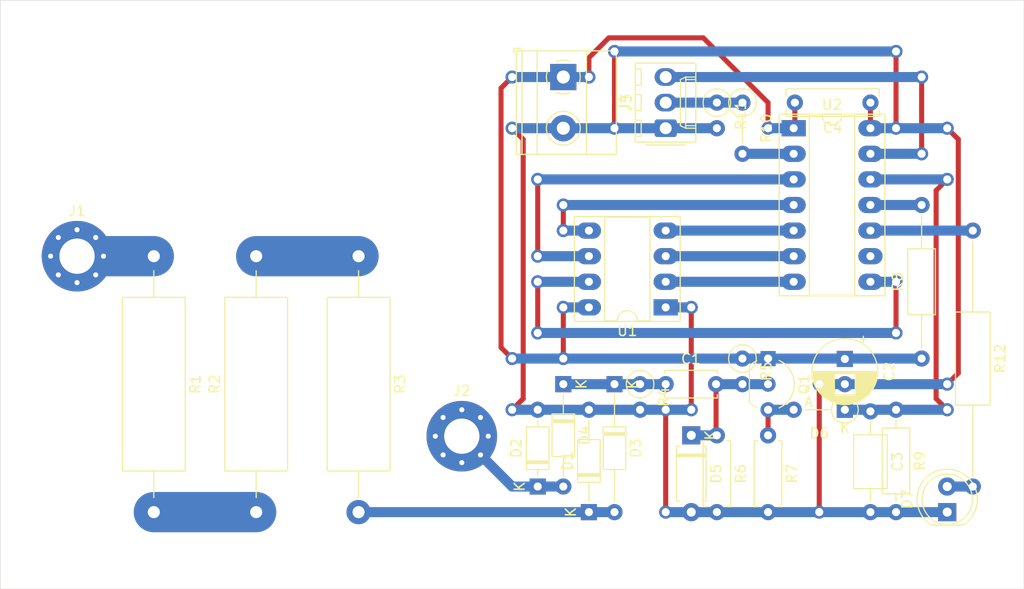
<source format=kicad_pcb>
(kicad_pcb (version 20240108) (generator "pcbnew") (generator_version "8.0")
  (layers (0 "F.Cu" signal) (31 "B.Cu" signal) (34 "B.Paste" user) (35 "F.Paste" user) (36 "B.SilkS" user "B.Silkscreen") (37 "F.SilkS" user "F.Silkscreen") (38 "B.Mask" user) (39 "F.Mask" user) (44 "Edge.Cuts" user))
  (net 0 "")
  (net 1 "Fence peak")
  (net 2 "GND")
  (net 3 "+3.3V")
  (net 4 "Net-(D2-K)")
  (net 5 "Net-(D5-K)")
  (net 6 "Fence power")
  (net 7 "Net-(U1-MOSI)")
  (net 8 "Net-(U1-NSS)")
  (net 9 "Net-(U1-MISO)")
  (net 10 "Net-(U1-RST)")
  (net 11 "Net-(U1-SCK)")
  (net 12 "Net-(U1-DIO0)")
  (net 13 "Net-(D3-K)")
  (net 14 "Net-(D1-K)")
  (net 15 "Net-(D6-A)")
  (net 16 "Net-(D7-A)")
  (net 17 "Net-(J1-Pad1)")
  (net 18 "Net-(J4-Pin_2)")
  (net 19 "Net-(J4-Pin_3)")
  (net 20 "Net-(R1-Pad2)")
  (net 21 "Net-(R2-Pad2)")
  (net 22 "Net-(U2-C.5{slash}RX)")
  (net 23 "Net-(U2-B.3)")
  (footprint "Resistor_THT:R_Axial_DIN0617_L17.0mm_D6.0mm_P25.40mm_Horizontal" (layer "F.Cu") (at 137.16 99.06 90)
    (property "Reference" "R2" (at 12.7 -4.12 90) (layer "F.SilkS"))
    (property "Value" "8.2Meg")
    (pad "1" thru_hole circle (at 0 0 90) (size 2.4 2.4) (drill 1.2) (layers "*.Cu" "*.Mask") (net 20 "Net-(R1-Pad2)"))
    (pad "2" thru_hole oval (at 25.4 0 90) (size 2.4 2.4) (drill 1.2) (layers "*.Cu" "*.Mask") (net 21 "Net-(R2-Pad2)"))
  )
  (footprint "MountingHole:MountingHole_3.5mm_Pad_Via" (layer "F.Cu") (at 157.565 91.525)
    (property "Reference" "J2" (at 0 -4.5 0) (layer "F.SilkS"))
    (property "Value" "Fence ground")
    (pad "1" thru_hole circle (at -2.625 0) (size 0.8 0.8) (drill 0.5) (layers "*.Cu" "*.Mask") (net 4 "Net-(D2-K)"))
    (pad "1" thru_hole circle (at -1.856155 -1.856155) (size 0.8 0.8) (drill 0.5) (layers "*.Cu" "*.Mask") (net 4 "Net-(D2-K)"))
    (pad "1" thru_hole circle (at -1.856155 1.856155) (size 0.8 0.8) (drill 0.5) (layers "*.Cu" "*.Mask") (net 4 "Net-(D2-K)"))
    (pad "1" thru_hole circle (at 0 -2.625) (size 0.8 0.8) (drill 0.5) (layers "*.Cu" "*.Mask") (net 4 "Net-(D2-K)"))
    (pad "1" thru_hole circle (at 0 0) (size 7 7) (drill 3.5) (layers "*.Cu" "*.Mask") (net 4 "Net-(D2-K)"))
    (pad "1" thru_hole circle (at 0 2.625) (size 0.8 0.8) (drill 0.5) (layers "*.Cu" "*.Mask") (net 4 "Net-(D2-K)"))
    (pad "1" thru_hole circle (at 1.856155 -1.856155) (size 0.8 0.8) (drill 0.5) (layers "*.Cu" "*.Mask") (net 4 "Net-(D2-K)"))
    (pad "1" thru_hole circle (at 1.856155 1.856155) (size 0.8 0.8) (drill 0.5) (layers "*.Cu" "*.Mask") (net 4 "Net-(D2-K)"))
    (pad "1" thru_hole circle (at 2.625 0) (size 0.8 0.8) (drill 0.5) (layers "*.Cu" "*.Mask") (net 4 "Net-(D2-K)"))
  )
  (footprint "LED_THT:LED_D5.0mm" (layer "F.Cu") (at 205.74 99.06 90)
    (property "Reference" "D7" (at 1.27 -3.96 90) (layer "F.SilkS"))
    (property "Value" "LED")
    (pad "1" thru_hole rect (at 0 0 90) (size 1.8 1.8) (drill 0.9) (layers "*.Cu" "*.Mask") (net 2 "GND"))
    (pad "2" thru_hole circle (at 2.54 0 90) (size 1.8 1.8) (drill 0.9) (layers "*.Cu" "*.Mask") (net 16 "Net-(D7-A)"))
  )
  (footprint "Resistor_THT:R_Axial_DIN0207_L6.3mm_D2.5mm_P2.54mm_Vertical" (layer "F.Cu") (at 182.88 58.42 -90)
    (property "Reference" "R11" (at 1.27 -2.37 90) (layer "F.SilkS"))
    (property "Value" "10k")
    (pad "1" thru_hole circle (at 0 0 270) (size 1.6 1.6) (drill 0.8) (layers "*.Cu" "*.Mask") (net 18 "Net-(J4-Pin_2)"))
    (pad "2" thru_hole oval (at 2.54 0 270) (size 1.6 1.6) (drill 0.8) (layers "*.Cu" "*.Mask") (net 2 "GND"))
  )
  (footprint "TerminalBlock_Phoenix:TerminalBlock_Phoenix_MKDS-1,5-2-5.08_1x02_P5.08mm_Horizontal" (layer "F.Cu") (at 167.64 55.88 -90)
    (property "Reference" "J3" (at 2.54 -6.26 90) (layer "F.SilkS"))
    (property "Value" "Power")
    (pad "1" thru_hole rect (at 0 0 270) (size 2.6 2.6) (drill 1.3) (layers "*.Cu" "*.Mask") (net 3 "+3.3V"))
    (pad "2" thru_hole circle (at 5.08 0 270) (size 2.6 2.6) (drill 1.3) (layers "*.Cu" "*.Mask") (net 2 "GND"))
  )
  (footprint "Capacitor_THT:CP_Radial_D6.3mm_P2.50mm" (layer "F.Cu") (at 195.58 83.86 -90)
    (property "Reference" "C2" (at 1.25 -4.4 90) (layer "F.SilkS"))
    (property "Value" "10u")
    (pad "1" thru_hole rect (at 0 0 270) (size 1.6 1.6) (drill 0.8) (layers "*.Cu" "*.Mask") (net 3 "+3.3V"))
    (pad "2" thru_hole circle (at 2.5 0 270) (size 1.6 1.6) (drill 0.8) (layers "*.Cu" "*.Mask") (net 2 "GND"))
  )
  (footprint "Diode_THT:D_A-405_P7.62mm_Horizontal" (layer "F.Cu") (at 180.34 91.44 -90)
    (property "Reference" "D5" (at 3.81 -2.47 90) (layer "F.SilkS"))
    (property "Value" "5.1V")
    (fp_text user "K" (at 0 -1.9 90) (layer "F.SilkS"))
    (pad "1" thru_hole rect (at 0 0 270) (size 1.8 1.8) (drill 0.9) (layers "*.Cu" "*.Mask") (net 5 "Net-(D5-K)"))
    (pad "2" thru_hole oval (at 7.62 0 270) (size 1.8 1.8) (drill 0.9) (layers "*.Cu" "*.Mask") (net 2 "GND"))
  )
  (footprint "Package_DIP:DIP-14_W7.62mm_Socket_LongPads" (layer "F.Cu") (at 190.5 60.96)
    (property "Reference" "U2" (at 3.81 -2.33 0) (layer "F.SilkS"))
    (property "Value" "PICAXE-14M2")
    (pad "1" thru_hole rect (at 0 0) (size 2.4 1.6) (drill 0.8) (layers "*.Cu" "*.Mask") (net 3 "+3.3V"))
    (pad "2" thru_hole oval (at 0 2.54) (size 2.4 1.6) (drill 0.8) (layers "*.Cu" "*.Mask") (net 22 "Net-(U2-C.5{slash}RX)"))
    (pad "3" thru_hole oval (at 0 5.08) (size 2.4 1.6) (drill 0.8) (layers "*.Cu" "*.Mask") (net 7 "Net-(U1-MOSI)"))
    (pad "4" thru_hole oval (at 0 7.62) (size 2.4 1.6) (drill 0.8) (layers "*.Cu" "*.Mask") (net 12 "Net-(U1-DIO0)"))
    (pad "5" thru_hole oval (at 0 10.16) (size 2.4 1.6) (drill 0.8) (layers "*.Cu" "*.Mask") (net 9 "Net-(U1-MISO)"))
    (pad "6" thru_hole oval (at 0 12.7) (size 2.4 1.6) (drill 0.8) (layers "*.Cu" "*.Mask") (net 11 "Net-(U1-SCK)"))
    (pad "7" thru_hole oval (at 0 15.24) (size 2.4 1.6) (drill 0.8) (layers "*.Cu" "*.Mask") (net 10 "Net-(U1-RST)"))
    (pad "8" thru_hole oval (at 7.62 15.24) (size 2.4 1.6) (drill 0.8) (layers "*.Cu" "*.Mask") (net 8 "Net-(U1-NSS)"))
    (pad "9" thru_hole oval (at 7.62 12.7) (size 2.4 1.6) (drill 0.8) (layers "*.Cu" "*.Mask"))
    (pad "10" thru_hole oval (at 7.62 10.16) (size 2.4 1.6) (drill 0.8) (layers "*.Cu" "*.Mask") (net 23 "Net-(U2-B.3)"))
    (pad "11" thru_hole oval (at 7.62 7.62) (size 2.4 1.6) (drill 0.8) (layers "*.Cu" "*.Mask") (net 6 "Fence power"))
    (pad "12" thru_hole oval (at 7.62 5.08) (size 2.4 1.6) (drill 0.8) (layers "*.Cu" "*.Mask") (net 1 "Fence peak"))
    (pad "13" thru_hole oval (at 7.62 2.54) (size 2.4 1.6) (drill 0.8) (layers "*.Cu" "*.Mask") (net 19 "Net-(J4-Pin_3)"))
    (pad "14" thru_hole oval (at 7.62 0) (size 2.4 1.6) (drill 0.8) (layers "*.Cu" "*.Mask") (net 2 "GND"))
  )
  (footprint "Resistor_THT:R_Axial_DIN0617_L17.0mm_D6.0mm_P25.40mm_Horizontal" (layer "F.Cu") (at 127 73.66 -90)
    (property "Reference" "R1" (at 12.7 -4.12 90) (layer "F.SilkS"))
    (property "Value" "8.2Meg")
    (pad "1" thru_hole circle (at 0 0 270) (size 2.4 2.4) (drill 1.2) (layers "*.Cu" "*.Mask") (net 17 "Net-(J1-Pad1)"))
    (pad "2" thru_hole oval (at 25.4 0 270) (size 2.4 2.4) (drill 1.2) (layers "*.Cu" "*.Mask") (net 20 "Net-(R1-Pad2)"))
  )
  (footprint "Resistor_THT:R_Axial_DIN0207_L6.3mm_D2.5mm_P7.62mm_Horizontal" (layer "F.Cu") (at 187.96 91.44 -90)
    (property "Reference" "R7" (at 3.81 -2.37 90) (layer "F.SilkS"))
    (property "Value" "10k")
    (pad "1" thru_hole circle (at 0 0 270) (size 1.6 1.6) (drill 0.8) (layers "*.Cu" "*.Mask") (net 15 "Net-(D6-A)"))
    (pad "2" thru_hole oval (at 7.62 0 270) (size 1.6 1.6) (drill 0.8) (layers "*.Cu" "*.Mask") (net 2 "GND"))
  )
  (footprint "Resistor_THT:R_Axial_DIN0617_L17.0mm_D6.0mm_P25.40mm_Horizontal" (layer "F.Cu") (at 147.32 73.66 -90)
    (property "Reference" "R3" (at 12.7 -4.12 90) (layer "F.SilkS"))
    (property "Value" "8.2Meg")
    (pad "1" thru_hole circle (at 0 0 270) (size 2.4 2.4) (drill 1.2) (layers "*.Cu" "*.Mask") (net 21 "Net-(R2-Pad2)"))
    (pad "2" thru_hole oval (at 25.4 0 270) (size 2.4 2.4) (drill 1.2) (layers "*.Cu" "*.Mask") (net 14 "Net-(D1-K)"))
  )
  (footprint "MountingHole:MountingHole_3.5mm_Pad_Via" (layer "F.Cu") (at 119.38 73.66)
    (property "Reference" "J1" (at 0 -4.5 0) (layer "F.SilkS"))
    (property "Value" "Fence wire")
    (pad "1" thru_hole circle (at -2.625 0) (size 0.8 0.8) (drill 0.5) (layers "*.Cu" "*.Mask") (net 17 "Net-(J1-Pad1)"))
    (pad "1" thru_hole circle (at -1.856155 -1.856155) (size 0.8 0.8) (drill 0.5) (layers "*.Cu" "*.Mask") (net 17 "Net-(J1-Pad1)"))
    (pad "1" thru_hole circle (at -1.856155 1.856155) (size 0.8 0.8) (drill 0.5) (layers "*.Cu" "*.Mask") (net 17 "Net-(J1-Pad1)"))
    (pad "1" thru_hole circle (at 0 -2.625) (size 0.8 0.8) (drill 0.5) (layers "*.Cu" "*.Mask") (net 17 "Net-(J1-Pad1)"))
    (pad "1" thru_hole circle (at 0 0) (size 7 7) (drill 3.5) (layers "*.Cu" "*.Mask") (net 17 "Net-(J1-Pad1)"))
    (pad "1" thru_hole circle (at 0 2.625) (size 0.8 0.8) (drill 0.5) (layers "*.Cu" "*.Mask") (net 17 "Net-(J1-Pad1)"))
    (pad "1" thru_hole circle (at 1.856155 -1.856155) (size 0.8 0.8) (drill 0.5) (layers "*.Cu" "*.Mask") (net 17 "Net-(J1-Pad1)"))
    (pad "1" thru_hole circle (at 1.856155 1.856155) (size 0.8 0.8) (drill 0.5) (layers "*.Cu" "*.Mask") (net 17 "Net-(J1-Pad1)"))
    (pad "1" thru_hole circle (at 2.625 0) (size 0.8 0.8) (drill 0.5) (layers "*.Cu" "*.Mask") (net 17 "Net-(J1-Pad1)"))
  )
  (footprint "Connector_Molex:Molex_KK-254_AE-6410-03A_1x03_P2.54mm_Vertical" (layer "F.Cu") (at 177.8 60.96 90)
    (property "Reference" "J4" (at 2.54 -4.12 90) (layer "F.SilkS"))
    (property "Value" "Programming")
    (pad "1" thru_hole roundrect (at 0 0 90) (size 1.74 2.19) (drill 1.19) (layers "*.Cu" "*.Mask") (roundrect_rratio 0.143678) (net 2 "GND"))
    (pad "2" thru_hole oval (at 2.54 0 90) (size 1.74 2.19) (drill 1.19) (layers "*.Cu" "*.Mask") (net 18 "Net-(J4-Pin_2)"))
    (pad "3" thru_hole oval (at 5.08 0 90) (size 1.74 2.19) (drill 1.19) (layers "*.Cu" "*.Mask") (net 19 "Net-(J4-Pin_3)"))
  )
  (footprint "Resistor_THT:R_Axial_DIN0309_L9.0mm_D3.2mm_P25.40mm_Horizontal" (layer "F.Cu") (at 208.28 71.12 -90)
    (property "Reference" "R12" (at 12.7 -2.72 -90) (layer "F.SilkS"))
    (property "Value" "470")
    (pad "1" thru_hole circle (at 0 0 270) (size 1.6 1.6) (drill 0.8) (layers "*.Cu" "*.Mask") (net 23 "Net-(U2-B.3)"))
    (pad "2" thru_hole oval (at 25.4 0 270) (size 1.6 1.6) (drill 0.8) (layers "*.Cu" "*.Mask") (net 16 "Net-(D7-A)"))
  )
  (footprint "Diode_THT:D_DO-35_SOD27_P10.16mm_Horizontal" (layer "F.Cu") (at 170.18 99.06 90)
    (property "Reference" "D1" (at 5.08 -2.12 90) (layer "F.SilkS"))
    (property "Value" "1N4148")
    (fp_text user "K" (at 0 -1.8 90) (layer "F.SilkS"))
    (pad "1" thru_hole rect (at 0 0 90) (size 1.6 1.6) (drill 0.8) (layers "*.Cu" "*.Mask") (net 14 "Net-(D1-K)"))
    (pad "2" thru_hole oval (at 10.16 0 90) (size 1.6 1.6) (drill 0.8) (layers "*.Cu" "*.Mask") (net 2 "GND"))
  )
  (footprint "Resistor_THT:R_Axial_DIN0207_L6.3mm_D2.5mm_P7.62mm_Horizontal" (layer "F.Cu") (at 182.88 91.44 -90)
    (property "Reference" "R6" (at 3.81 -2.37 90) (layer "F.SilkS"))
    (property "Value" "100k")
    (pad "1" thru_hole circle (at 0 0 270) (size 1.6 1.6) (drill 0.8) (layers "*.Cu" "*.Mask") (net 5 "Net-(D5-K)"))
    (pad "2" thru_hole oval (at 7.62 0 270) (size 1.6 1.6) (drill 0.8) (layers "*.Cu" "*.Mask") (net 2 "GND"))
  )
  (footprint "Resistor_THT:R_Axial_DIN0207_L6.3mm_D2.5mm_P5.08mm_Vertical" (layer "F.Cu") (at 185.42 58.42 -90)
    (property "Reference" "R10" (at 2.54 -2.37 90) (layer "F.SilkS"))
    (property "Value" "22k")
    (pad "1" thru_hole circle (at 0 0 270) (size 1.6 1.6) (drill 0.8) (layers "*.Cu" "*.Mask") (net 18 "Net-(J4-Pin_2)"))
    (pad "2" thru_hole oval (at 5.08 0 270) (size 1.6 1.6) (drill 0.8) (layers "*.Cu" "*.Mask") (net 22 "Net-(U2-C.5{slash}RX)"))
  )
  (footprint "Package_DIP:DIP-8_W7.62mm_Socket_LongPads" (layer "F.Cu") (at 177.8 78.74 180)
    (property "Reference" "U1" (at 3.81 -2.33 0) (layer "F.SilkS"))
    (property "Value" "Ra01_Breakout_Module")
    (pad "1" thru_hole rect (at 0 0 180) (size 2.4 1.6) (drill 0.8) (layers "*.Cu" "*.Mask") (net 2 "GND"))
    (pad "2" thru_hole oval (at 0 2.54 180) (size 2.4 1.6) (drill 0.8) (layers "*.Cu" "*.Mask") (net 10 "Net-(U1-RST)"))
    (pad "3" thru_hole oval (at 0 5.08 180) (size 2.4 1.6) (drill 0.8) (layers "*.Cu" "*.Mask") (net 11 "Net-(U1-SCK)"))
    (pad "4" thru_hole oval (at 0 7.62 180) (size 2.4 1.6) (drill 0.8) (layers "*.Cu" "*.Mask") (net 9 "Net-(U1-MISO)"))
    (pad "5" thru_hole oval (at 7.62 7.62 180) (size 2.4 1.6) (drill 0.8) (layers "*.Cu" "*.Mask") (net 12 "Net-(U1-DIO0)"))
    (pad "6" thru_hole oval (at 7.62 5.08 180) (size 2.4 1.6) (drill 0.8) (layers "*.Cu" "*.Mask") (net 7 "Net-(U1-MOSI)"))
    (pad "7" thru_hole oval (at 7.62 2.54 180) (size 2.4 1.6) (drill 0.8) (layers "*.Cu" "*.Mask") (net 8 "Net-(U1-NSS)"))
    (pad "8" thru_hole oval (at 7.62 0 180) (size 2.4 1.6) (drill 0.8) (layers "*.Cu" "*.Mask") (net 3 "+3.3V"))
  )
  (footprint "Diode_THT:D_DO-35_SOD27_P7.62mm_Horizontal" (layer "F.Cu") (at 165.1 96.52 90)
    (property "Reference" "D2" (at 3.81 -2.12 90) (layer "F.SilkS"))
    (property "Value" "1N4148")
    (fp_text user "K" (at 0 -1.8 90) (layer "F.SilkS"))
    (pad "1" thru_hole rect (at 0 0 90) (size 1.6 1.6) (drill 0.8) (layers "*.Cu" "*.Mask") (net 4 "Net-(D2-K)"))
    (pad "2" thru_hole oval (at 7.62 0 90) (size 1.6 1.6) (drill 0.8) (layers "*.Cu" "*.Mask") (net 2 "GND"))
  )
  (footprint "Package_TO_SOT_THT:TO-92_Inline_Wide" (layer "F.Cu") (at 187.96 83.82 -90)
    (property "Reference" "Q1" (at 2.54 -3.56 90) (layer "F.SilkS"))
    (property "Value" "BC548")
    (pad "1" thru_hole rect (at 0 0 270) (size 1.5 1.5) (drill 0.8) (layers "*.Cu" "*.Mask") (net 3 "+3.3V"))
    (pad "2" thru_hole circle (at 2.54 0 270) (size 1.5 1.5) (drill 0.8) (layers "*.Cu" "*.Mask") (net 5 "Net-(D5-K)"))
    (pad "3" thru_hole circle (at 5.08 0 270) (size 1.5 1.5) (drill 0.8) (layers "*.Cu" "*.Mask") (net 15 "Net-(D6-A)"))
  )
  (footprint "Diode_THT:D_DO-35_SOD27_P5.08mm_Vertical_AnodeUp" (layer "F.Cu") (at 195.58 88.9 180)
    (property "Reference" "D6" (at 2.54 -2.326371 180) (layer "F.SilkS"))
    (property "Value" "1N4148")
    (fp_text user "K" (at 0 -1.8 0) (layer "F.SilkS"))
    (fp_text user "A" (at 3.58 0.8 180) (layer "F.SilkS"))
    (pad "1" thru_hole rect (at 0 0 180) (size 1.6 1.6) (drill 0.8) (layers "*.Cu" "*.Mask") (net 1 "Fence peak"))
    (pad "2" thru_hole oval (at 5.08 0 180) (size 1.6 1.6) (drill 0.8) (layers "*.Cu" "*.Mask") (net 15 "Net-(D6-A)"))
  )
  (footprint "Capacitor_THT:C_Disc_D5.0mm_W2.5mm_P5.00mm" (layer "F.Cu") (at 177.8 86.36)
    (property "Reference" "C1" (at 2.5 -2.5 0) (layer "F.SilkS"))
    (property "Value" "0.1u")
    (pad "1" thru_hole circle (at 0 0) (size 1.6 1.6) (drill 0.8) (layers "*.Cu" "*.Mask") (net 13 "Net-(D3-K)"))
    (pad "2" thru_hole circle (at 5 0) (size 1.6 1.6) (drill 0.8) (layers "*.Cu" "*.Mask") (net 5 "Net-(D5-K)"))
  )
  (footprint "Resistor_THT:R_Axial_DIN0207_L6.3mm_D2.5mm_P2.54mm_Vertical" (layer "F.Cu") (at 175.26 86.36 -90)
    (property "Reference" "R4" (at 1.27 -2.37 90) (layer "F.SilkS"))
    (property "Value" "4.7k")
    (pad "1" thru_hole circle (at 0 0 270) (size 1.6 1.6) (drill 0.8) (layers "*.Cu" "*.Mask") (net 13 "Net-(D3-K)"))
    (pad "2" thru_hole oval (at 2.54 0 270) (size 1.6 1.6) (drill 0.8) (layers "*.Cu" "*.Mask") (net 2 "GND"))
  )
  (footprint "Diode_THT:D_DO-35_SOD27_P10.16mm_Horizontal" (layer "F.Cu") (at 167.64 86.36 -90)
    (property "Reference" "D4" (at 5.08 -2.12 -90) (layer "F.SilkS"))
    (property "Value" "1N4148")
    (fp_text user "K" (at 0 -1.8 -90) (layer "F.SilkS"))
    (pad "1" thru_hole rect (at 0 0 270) (size 1.6 1.6) (drill 0.8) (layers "*.Cu" "*.Mask") (net 13 "Net-(D3-K)"))
    (pad "2" thru_hole oval (at 10.16 0 270) (size 1.6 1.6) (drill 0.8) (layers "*.Cu" "*.Mask") (net 4 "Net-(D2-K)"))
  )
  (footprint "Resistor_THT:R_Axial_DIN0207_L6.3mm_D2.5mm_P15.24mm_Horizontal" (layer "F.Cu") (at 203.2 83.82 90)
    (property "Reference" "R8" (at 7.62 -2.37 90) (layer "F.SilkS"))
    (property "Value" "180")
    (pad "1" thru_hole circle (at 0 0 90) (size 1.6 1.6) (drill 0.8) (layers "*.Cu" "*.Mask") (net 3 "+3.3V"))
    (pad "2" thru_hole oval (at 15.24 0 90) (size 1.6 1.6) (drill 0.8) (layers "*.Cu" "*.Mask") (net 6 "Fence power"))
  )
  (footprint "Resistor_THT:R_Axial_DIN0207_L6.3mm_D2.5mm_P10.16mm_Horizontal" (layer "F.Cu") (at 200.66 88.9 -90)
    (property "Reference" "R9" (at 5.08 -2.37 -90) (layer "F.SilkS"))
    (property "Value" "1Meg")
    (pad "1" thru_hole circle (at 0 0 270) (size 1.6 1.6) (drill 0.8) (layers "*.Cu" "*.Mask") (net 1 "Fence peak"))
    (pad "2" thru_hole oval (at 10.16 0 270) (size 1.6 1.6) (drill 0.8) (layers "*.Cu" "*.Mask") (net 2 "GND"))
  )
  (footprint "Diode_THT:D_DO-35_SOD27_P12.70mm_Horizontal" (layer "F.Cu") (at 172.72 86.36 -90)
    (property "Reference" "D3" (at 6.35 -2.12 -90) (layer "F.SilkS"))
    (property "Value" "1N4148")
    (fp_text user "K" (at 0 -1.8 -90) (layer "F.SilkS"))
    (pad "1" thru_hole rect (at 0 0 270) (size 1.6 1.6) (drill 0.8) (layers "*.Cu" "*.Mask") (net 13 "Net-(D3-K)"))
    (pad "2" thru_hole oval (at 12.7 0 270) (size 1.6 1.6) (drill 0.8) (layers "*.Cu" "*.Mask") (net 14 "Net-(D1-K)"))
  )
  (footprint "Capacitor_THT:C_Axial_L5.1mm_D3.1mm_P10.00mm_Horizontal" (layer "F.Cu") (at 198.12 89.06 -90)
    (property "Reference" "C3" (at 5 -2.67 -90) (layer "F.SilkS"))
    (property "Value" "2.2u")
    (pad "1" thru_hole circle (at 0 0 270) (size 1.6 1.6) (drill 0.8) (layers "*.Cu" "*.Mask") (net 1 "Fence peak"))
    (pad "2" thru_hole oval (at 10 0 270) (size 1.6 1.6) (drill 0.8) (layers "*.Cu" "*.Mask") (net 2 "GND"))
  )
  (footprint "Resistor_THT:R_Axial_DIN0207_L6.3mm_D2.5mm_P2.54mm_Vertical" (layer "F.Cu") (at 185.42 83.82 -90)
    (property "Reference" "R5" (at 1.27 -2.37 -90) (layer "F.SilkS"))
    (property "Value" "100k")
    (pad "1" thru_hole circle (at 0 0 270) (size 1.6 1.6) (drill 0.8) (layers "*.Cu" "*.Mask") (net 3 "+3.3V"))
    (pad "2" thru_hole oval (at 2.54 0 270) (size 1.6 1.6) (drill 0.8) (layers "*.Cu" "*.Mask") (net 5 "Net-(D5-K)"))
  )
  (footprint "Capacitor_THT:C_Rect_L9.0mm_W2.5mm_P7.50mm_MKT" (layer "F.Cu") (at 198.12 58.42 180)
    (property "Reference" "C4" (at 3.75 -2.5 180) (layer "F.SilkS"))
    (property "Value" "0.1u")
    (pad "1" thru_hole circle (at 0 0 180) (size 1.6 1.6) (drill 0.8) (layers "*.Cu" "*.Mask") (net 2 "GND"))
    (pad "2" thru_hole circle (at 7.5 0 180) (size 1.6 1.6) (drill 0.8) (layers "*.Cu" "*.Mask") (net 3 "+3.3V"))
  )
  (gr_rect (start 111.76 48.26) (end 213.36 106.68) (stroke (width 0.05)) (fill none) (layer "Edge.Cuts"))
  (segment (start 205.74 88.9) (end 204.64 87.8) (width 0.5) (layer "F.Cu") (net 1))
  (segment (start 204.64 67.14) (end 205.74 66.04) (width 0.5) (layer "F.Cu") (net 1))
  (segment (start 204.64 87.8) (end 204.64 67.14) (width 0.5) (layer "F.Cu") (net 1))
  (via (at 205.74 66.04) (size 1.3) (drill 0.8) (layers "F.Cu" "B.Cu") (net 1))
  (via (at 205.74 88.9) (size 1.3) (drill 0.8) (layers "F.Cu" "B.Cu") (net 1))
  (segment (start 200.66 88.9) (end 205.74 88.9) (width 1) (layer "B.Cu") (net 1))
  (segment (start 195.58 88.9) (end 200.66 88.9) (width 1) (layer "B.Cu") (net 1))
  (segment (start 205.74 66.04) (end 198.12 66.04) (width 1) (layer "B.Cu") (net 1))
  (segment (start 205.74 86.36) (end 206.84 85.26) (width 0.5) (layer "F.Cu") (net 2))
  (segment (start 206.84 85.26) (end 206.84 62.06) (width 0.5) (layer "F.Cu") (net 2))
  (segment (start 198.12 58.42) (end 198.12 60.96) (width 0.5) (layer "F.Cu") (net 2))
  (segment (start 206.84 62.06) (end 205.74 60.96) (width 0.5) (layer "F.Cu") (net 2))
  (segment (start 163.66 87.8) (end 162.56 88.9) (width 0.5) (layer "F.Cu") (net 2))
  (segment (start 200.66 53.34) (end 200.66 60.96) (width 0.5) (layer "F.Cu") (net 2))
  (segment (start 163.66 62.06) (end 163.66 87.8) (width 0.5) (layer "F.Cu") (net 2))
  (segment (start 180.34 78.74) (end 180.34 88.9) (width 0.5) (layer "F.Cu") (net 2))
  (segment (start 177.8 88.9) (end 177.8 99.06) (width 0.5) (layer "F.Cu") (net 2))
  (segment (start 162.56 60.96) (end 163.66 62.06) (width 0.5) (layer "F.Cu") (net 2))
  (segment (start 193.04 86.36) (end 193.04 99.06) (width 0.5) (layer "F.Cu") (net 2))
  (segment (start 172.72 60.96) (end 172.72 53.34) (width 0.5) (layer "F.Cu") (net 2))
  (via (at 180.34 78.74) (size 1.3) (drill 0.8) (layers "F.Cu" "B.Cu") (net 2))
  (via (at 162.56 60.96) (size 1.3) (drill 0.8) (layers "F.Cu" "B.Cu") (net 2))
  (via (at 180.34 88.9) (size 1.3) (drill 0.8) (layers "F.Cu" "B.Cu") (net 2))
  (via (at 193.04 99.06) (size 1.3) (drill 0.8) (layers "F.Cu" "B.Cu") (net 2))
  (via (at 205.74 86.36) (size 1.3) (drill 0.8) (layers "F.Cu" "B.Cu") (net 2))
  (via (at 200.66 60.96) (size 1.3) (drill 0.8) (layers "F.Cu" "B.Cu") (net 2))
  (via (at 172.72 53.34) (size 1.3) (drill 0.8) (layers "F.Cu" "B.Cu") (net 2))
  (via (at 205.74 60.96) (size 1.3) (drill 0.8) (layers "F.Cu" "B.Cu") (net 2))
  (via (at 200.66 53.34) (size 1.3) (drill 0.8) (layers "F.Cu" "B.Cu") (net 2))
  (via (at 162.56 88.9) (size 1.3) (drill 0.8) (layers "F.Cu" "B.Cu") (net 2))
  (via (at 177.8 88.9) (size 1.3) (drill 0.8) (layers "F.Cu" "B.Cu") (net 2))
  (via (at 193.04 86.36) (size 1.3) (drill 0.8) (layers "F.Cu" "B.Cu") (net 2))
  (via (at 177.8 99.06) (size 1.3) (drill 0.8) (layers "F.Cu" "B.Cu") (net 2))
  (via (at 172.72 60.96) (size 1.3) (drill 0.8) (layers "F.Cu" "B.Cu") (net 2))
  (segment (start 167.64 60.96) (end 162.56 60.96) (width 1) (layer "B.Cu") (net 2))
  (segment (start 195.58 86.36) (end 205.74 86.36) (width 1) (layer "B.Cu") (net 2))
  (segment (start 195.58 86.36) (end 193.04 86.36) (width 1) (layer "B.Cu") (net 2))
  (segment (start 193.04 99.06) (end 200.66 99.06) (width 1) (layer "B.Cu") (net 2))
  (segment (start 205.74 99.06) (end 200.66 99.06) (width 1) (layer "B.Cu") (net 2))
  (segment (start 200.66 60.96) (end 205.74 60.96) (width 1) (layer "B.Cu") (net 2))
  (segment (start 162.56 88.9) (end 165.1 88.9) (width 1) (layer "B.Cu") (net 2))
  (segment (start 177.8 78.74) (end 180.34 78.74) (width 1) (layer "B.Cu") (net 2))
  (segment (start 180.34 88.9) (end 177.8 88.9) (width 1) (layer "B.Cu") (net 2))
  (segment (start 177.8 60.96) (end 167.64 60.96) (width 1) (layer "B.Cu") (net 2))
  (segment (start 175.26 88.9) (end 177.8 88.9) (width 1) (layer "B.Cu") (net 2))
  (segment (start 175.26 88.9) (end 165.1 88.9) (width 1) (layer "B.Cu") (net 2))
  (segment (start 172.72 53.34) (end 200.66 53.34) (width 1) (layer "B.Cu") (net 2))
  (segment (start 177.8 99.06) (end 180.34 99.06) (width 1) (layer "B.Cu") (net 2))
  (segment (start 182.88 60.96) (end 177.8 60.96) (width 1) (layer "B.Cu") (net 2))
  (segment (start 180.34 99.06) (end 193.04 99.06) (width 1) (layer "B.Cu") (net 2))
  (segment (start 198.12 60.96) (end 200.66 60.96) (width 1) (layer "B.Cu") (net 2))
  (segment (start 172.160811 51.99) (end 170.18 53.970811) (width 0.5) (layer "F.Cu") (net 3))
  (segment (start 161.46 56.98) (end 162.56 55.88) (width 0.5) (layer "F.Cu") (net 3))
  (segment (start 162.56 83.82) (end 161.46 82.72) (width 0.5) (layer "F.Cu") (net 3))
  (segment (start 187.96 60.96) (end 187.96 58.42) (width 0.5) (layer "F.Cu") (net 3))
  (segment (start 190.62 60.84) (end 190.5 60.96) (width 0.5) (layer "F.Cu") (net 3))
  (segment (start 187.96 58.42) (end 181.53 51.99) (width 0.5) (layer "F.Cu") (net 3))
  (segment (start 181.53 51.99) (end 172.160811 51.99) (width 0.5) (layer "F.Cu") (net 3))
  (segment (start 190.62 58.42) (end 190.62 60.84) (width 0.5) (layer "F.Cu") (net 3))
  (segment (start 161.46 82.72) (end 161.46 56.98) (width 0.5) (layer "F.Cu") (net 3))
  (segment (start 170.18 53.970811) (end 170.18 55.88) (width 0.5) (layer "F.Cu") (net 3))
  (segment (start 167.64 78.74) (end 167.64 83.82) (width 0.5) (layer "F.Cu") (net 3))
  (via (at 187.96 60.96) (size 1.3) (drill 0.8) (layers "F.Cu" "B.Cu") (net 3))
  (via (at 162.56 55.88) (size 1.3) (drill 0.8) (layers "F.Cu" "B.Cu") (net 3))
  (via (at 167.64 78.74) (size 1.3) (drill 0.8) (layers "F.Cu" "B.Cu") (net 3))
  (via (at 162.56 83.82) (size 1.3) (drill 0.8) (layers "F.Cu" "B.Cu") (net 3))
  (via (at 167.64 83.82) (size 1.3) (drill 0.8) (layers "F.Cu" "B.Cu") (net 3))
  (via (at 170.18 55.88) (size 1.3) (drill 0.8) (layers "F.Cu" "B.Cu") (net 3))
  (segment (start 167.64 55.88) (end 162.56 55.88) (width 1) (layer "B.Cu") (net 3))
  (segment (start 170.18 78.74) (end 167.64 78.74) (width 1) (layer "B.Cu") (net 3))
  (segment (start 185.42 83.82) (end 203.2 83.82) (width 1) (layer "B.Cu") (net 3))
  (segment (start 167.64 83.82) (end 185.42 83.82) (width 1) (layer "B.Cu") (net 3))
  (segment (start 190.5 60.96) (end 187.96 60.96) (width 1) (layer "B.Cu") (net 3))
  (segment (start 170.18 55.88) (end 167.64 55.88) (width 1) (layer "B.Cu") (net 3))
  (segment (start 167.64 83.82) (end 162.56 83.82) (width 1) (layer "B.Cu") (net 3))
  (segment (start 167.64 96.52) (end 165.1 96.52) (width 1) (layer "B.Cu") (net 4))
  (segment (start 165.1 96.52) (end 162.56 96.52) (width 1) (layer "B.Cu") (net 4))
  (segment (start 162.56 96.52) (end 157.565 91.525) (width 1) (layer "B.Cu") (net 4))
  (segment (start 182.8 86.36) (end 182.8 91.36) (width 0.5) (layer "F.Cu") (net 5))
  (segment (start 182.8 91.36) (end 182.88 91.44) (width 0.5) (layer "F.Cu") (net 5))
  (segment (start 180.34 91.44) (end 182.88 91.44) (width 1) (layer "B.Cu") (net 5))
  (segment (start 182.8 86.36) (end 187.96 86.36) (width 1) (layer "B.Cu") (net 5))
  (segment (start 198.12 68.58) (end 203.2 68.58) (width 1) (layer "B.Cu") (net 6))
  (segment (start 165.1 66.04) (end 165.1 73.66) (width 0.5) (layer "F.Cu") (net 7))
  (via (at 165.1 66.04) (size 1.3) (drill 0.8) (layers "F.Cu" "B.Cu") (net 7))
  (via (at 165.1 73.66) (size 1.3) (drill 0.8) (layers "F.Cu" "B.Cu") (net 7))
  (segment (start 190.5 66.04) (end 165.1 66.04) (width 1) (layer "B.Cu") (net 7))
  (segment (start 165.1 73.66) (end 170.18 73.66) (width 1) (layer "B.Cu") (net 7))
  (segment (start 200.66 81.28) (end 200.66 76.2) (width 0.5) (layer "F.Cu") (net 8))
  (segment (start 165.1 81.28) (end 165.1 76.2) (width 0.5) (layer "F.Cu") (net 8))
  (via (at 165.1 76.2) (size 1.3) (drill 0.8) (layers "F.Cu" "B.Cu") (net 8))
  (via (at 200.66 76.2) (size 1.3) (drill 0.8) (layers "F.Cu" "B.Cu") (net 8))
  (via (at 165.1 81.28) (size 1.3) (drill 0.8) (layers "F.Cu" "B.Cu") (net 8))
  (via (at 200.66 81.28) (size 1.3) (drill 0.8) (layers "F.Cu" "B.Cu") (net 8))
  (segment (start 200.66 76.2) (end 198.12 76.2) (width 1) (layer "B.Cu") (net 8))
  (segment (start 165.1 81.28) (end 200.66 81.28) (width 1) (layer "B.Cu") (net 8))
  (segment (start 170.18 76.2) (end 165.1 76.2) (width 1) (layer "B.Cu") (net 8))
  (segment (start 177.8 71.12) (end 190.5 71.12) (width 1) (layer "B.Cu") (net 9))
  (segment (start 177.8 76.2) (end 190.5 76.2) (width 1) (layer "B.Cu") (net 10))
  (segment (start 190.5 73.66) (end 177.8 73.66) (width 1) (layer "B.Cu") (net 11))
  (segment (start 167.64 71.12) (end 167.64 68.58) (width 0.5) (layer "F.Cu") (net 12))
  (via (at 167.64 71.12) (size 1.3) (drill 0.8) (layers "F.Cu" "B.Cu") (net 12))
  (via (at 167.64 68.58) (size 1.3) (drill 0.8) (layers "F.Cu" "B.Cu") (net 12))
  (segment (start 167.64 68.58) (end 190.5 68.58) (width 1) (layer "B.Cu") (net 12))
  (segment (start 170.18 71.12) (end 167.64 71.12) (width 1) (layer "B.Cu") (net 12))
  (segment (start 177.8 86.36) (end 167.64 86.36) (width 1) (layer "B.Cu") (net 13))
  (segment (start 170.18 99.06) (end 147.32 99.06) (width 1) (layer "B.Cu") (net 14))
  (segment (start 170.18 99.06) (end 172.72 99.06) (width 1) (layer "B.Cu") (net 14))
  (segment (start 187.96 88.9) (end 187.96 91.44) (width 0.5) (layer "F.Cu") (net 15))
  (segment (start 187.96 88.9) (end 190.5 88.9) (width 1) (layer "B.Cu") (net 15))
  (segment (start 205.74 96.52) (end 208.28 96.52) (width 1) (layer "B.Cu") (net 16))
  (segment (start 127 73.66) (end 119.38 73.66) (width 4) (layer "B.Cu") (net 17))
  (segment (start 185.42 58.42) (end 177.8 58.42) (width 1) (layer "B.Cu") (net 18))
  (segment (start 203.2 55.88) (end 203.2 63.5) (width 0.5) (layer "F.Cu") (net 19))
  (via (at 203.2 55.88) (size 1.3) (drill 0.8) (layers "F.Cu" "B.Cu") (net 19))
  (via (at 203.2 63.5) (size 1.3) (drill 0.8) (layers "F.Cu" "B.Cu") (net 19))
  (segment (start 177.8 55.88) (end 203.2 55.88) (width 1) (layer "B.Cu") (net 19))
  (segment (start 203.2 63.5) (end 198.12 63.5) (width 1) (layer "B.Cu") (net 19))
  (segment (start 127 99.06) (end 137.16 99.06) (width 4) (layer "B.Cu") (net 20))
  (segment (start 137.16 73.66) (end 147.32 73.66) (width 4) (layer "B.Cu") (net 21))
  (segment (start 190.5 63.5) (end 185.42 63.5) (width 1) (layer "B.Cu") (net 22))
  (segment (start 208.28 71.12) (end 198.12 71.12) (width 1) (layer "B.Cu") (net 23))
)
</source>
